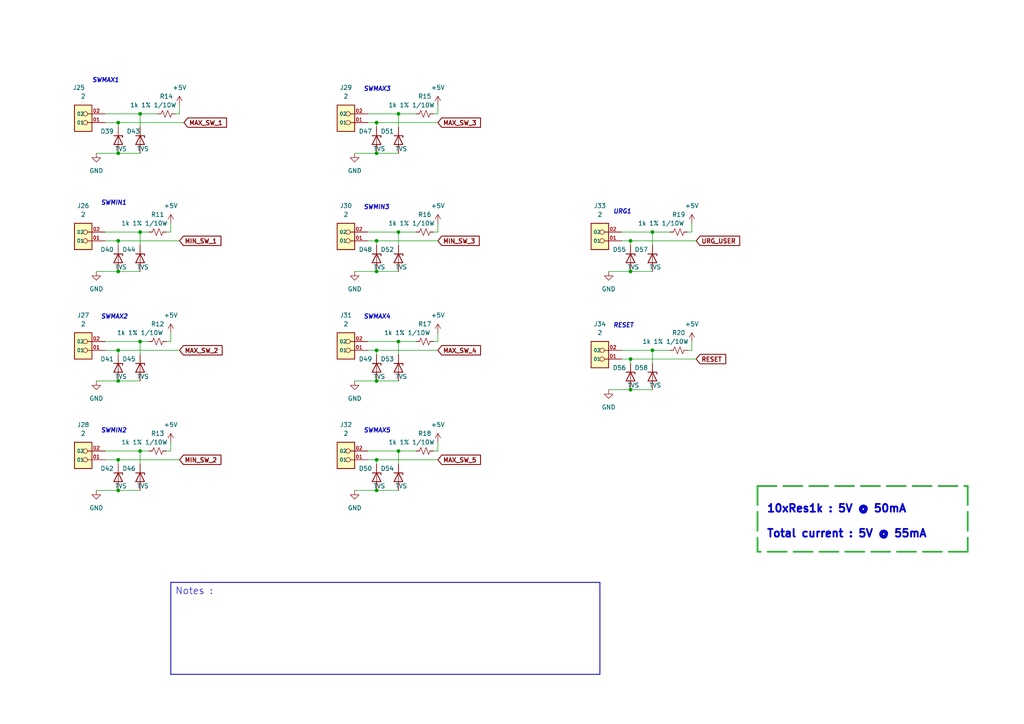
<source format=kicad_sch>
(kicad_sch (version 20211123) (generator eeschema)
  (paper "A4")
  (lib_symbols
    (symbol "Device:D_Zener" (pin_numbers hide) (pin_names (offset 1.016) hide)
      (property "Reference" "D" (at 0 2.54 0))
      (property "Value" "D_Zener" (at 0 -2.54 0))
      (symbol "D_Zener_0_1"
        (polyline (pts (xy 1.27 0) (xy -1.27 0)))
        (polyline (pts (xy -1.27 -1.27) (xy -1.27 1.27) (xy -0.762 1.27)) (stroke (width 0.254)))
        (polyline (pts (xy 1.27 -1.27) (xy 1.27 1.27) (xy -1.27 0) (xy 1.27 -1.27)) (stroke (width 0.254)))
      )
      (symbol "D_Zener_1_1"
        (pin passive line (at -3.81 0 0) (length 2.54) (name "K") (number "1"))
        (pin passive line (at 3.81 0 180) (length 2.54) (name "A") (number "2"))
      )
    )
    (symbol "Device:R_Small_US" (pin_numbers hide) (pin_names (offset 0.254) hide)
      (property "Reference" "R" (at 0.762 0.508 0))
      (property "Value" "R_Small_US" (at 0.762 -1.016 0))
      (symbol "R_Small_US_1_1"
        (polyline (pts (xy 0 0) (xy 1.016 -0.381) (xy 0 -0.762) (xy -1.016 -1.143) (xy 0 -1.524)))
        (polyline (pts (xy 0 1.524) (xy 1.016 1.143) (xy 0 0.762) (xy -1.016 0.381) (xy 0 0)))
        (pin passive line (at 0 2.54 270) (length 1.016) (name "~") (number "1"))
        (pin passive line (at 0 -2.54 90) (length 1.016) (name "~") (number "2"))
      )
    )
    (symbol "SymLib:1751099" (pin_names (offset 1.016))
      (property "Reference" "J" (at -6.85 5.08 0))
      (property "Value" "1751099" (at -6.35 -5.08 0))
      (symbol "1751099_0_0"
        (rectangle (start -6.35 5.08) (end -1.27 -2.54) (stroke (width 0.254)) (fill (type background)))
        (circle (center -4.445 0) (radius 0.635) (stroke (width 0.1524)))
        (circle (center -4.445 2.54) (radius 0.635) (stroke (width 0.1524)))
        (pin passive line (at -10.16 2.54 0) (length 5.08) (name "01") (number "01"))
        (pin passive line (at -10.16 0 0) (length 5.08) (name "02") (number "02"))
      )
    )
    (symbol "power:+5V" (power) (pin_names (offset 0))
      (property "Value" "+5V" (at 0 3.556 0))
      (symbol "+5V_0_1"
        (polyline (pts (xy -0.762 1.27) (xy 0 2.54)))
        (polyline (pts (xy 0 0) (xy 0 2.54)))
        (polyline (pts (xy 0 2.54) (xy 0.762 1.27)))
      )
      (symbol "+5V_1_1"
        (pin power_in line (at 0 0 90) (length 0) hide (name "+5V") (number "1"))
      )
    )
    (symbol "power:GND" (power) (pin_names (offset 0))
      (property "Value" "GND" (at 0 -3.81 0))
      (symbol "GND_0_1"
        (polyline (pts (xy 0 0) (xy 0 -1.27) (xy 1.27 -1.27) (xy 0 -2.54) (xy -1.27 -1.27) (xy 0 -1.27)))
      )
      (symbol "GND_1_1"
        (pin power_in line (at 0 0 270) (length 0) hide (name "GND") (number "1"))
      )
    )
  )
  (junction (at 109.22 142.24))
  (junction (at 34.29 69.85))
  (junction (at 182.88 104.14))
  (junction (at 189.23 101.6))
  (junction (at 34.29 110.49))
  (junction (at 34.29 35.56))
  (junction (at 40.64 33.02))
  (junction (at 34.29 142.24))
  (junction (at 115.57 130.81))
  (junction (at 109.22 110.49))
  (junction (at 109.22 44.45))
  (junction (at 34.29 78.74))
  (junction (at 109.22 101.6))
  (junction (at 40.64 99.06))
  (junction (at 182.88 113.03))
  (junction (at 34.29 133.35))
  (junction (at 109.22 69.85))
  (junction (at 109.22 35.56))
  (junction (at 109.22 133.35))
  (junction (at 182.88 78.74))
  (junction (at 115.57 33.02))
  (junction (at 189.23 67.31))
  (junction (at 40.64 67.31))
  (junction (at 182.88 69.85))
  (junction (at 115.57 67.31))
  (junction (at 34.29 101.6))
  (junction (at 34.29 44.45))
  (junction (at 40.64 130.81))
  (junction (at 115.57 99.06))
  (junction (at 109.22 78.74))
  (wire (pts (xy 40.64 67.31) (xy 40.64 71.12)))
  (wire (pts (xy 49.53 67.31) (xy 48.26 67.31)))
  (wire (pts (xy 49.53 99.06) (xy 48.26 99.06)))
  (wire (pts (xy 49.53 128.27) (xy 49.53 130.81)))
  (wire (pts (xy 189.23 67.31) (xy 189.23 71.12)))
  (wire (pts (xy 127 133.35) (xy 109.22 133.35)))
  (wire (pts (xy 182.88 71.12) (xy 182.88 69.85)))
  (wire (pts (xy 34.29 69.85) (xy 30.48 69.85)))
  (wire (pts (xy 34.29 110.49) (xy 40.64 110.49)))
  (wire (pts (xy 109.22 71.12) (xy 109.22 69.85)))
  (wire (pts (xy 34.29 134.62) (xy 34.29 133.35)))
  (wire (pts (xy 102.87 44.45) (xy 109.22 44.45)))
  (wire (pts (xy 40.64 67.31) (xy 43.18 67.31)))
  (wire (pts (xy 34.29 36.83) (xy 34.29 35.56)))
  (wire (pts (xy 127 33.02) (xy 125.73 33.02)))
  (wire (pts (xy 189.23 101.6) (xy 194.31 101.6)))
  (wire (pts (xy 182.88 105.41) (xy 182.88 104.14)))
  (wire (pts (xy 30.48 67.31) (xy 40.64 67.31)))
  (wire (pts (xy 115.57 130.81) (xy 115.57 134.62)))
  (wire (pts (xy 200.66 99.06) (xy 200.66 101.6)))
  (wire (pts (xy 115.57 99.06) (xy 120.65 99.06)))
  (wire (pts (xy 200.66 64.77) (xy 200.66 67.31)))
  (wire (pts (xy 127 128.27) (xy 127 130.81)))
  (wire (pts (xy 127 35.56) (xy 109.22 35.56)))
  (wire (pts (xy 201.93 104.14) (xy 182.88 104.14)))
  (wire (pts (xy 201.93 69.85) (xy 182.88 69.85)))
  (wire (pts (xy 109.22 110.49) (xy 115.57 110.49)))
  (wire (pts (xy 49.53 96.52) (xy 49.53 99.06)))
  (polyline (pts (xy 49.53 168.91) (xy 173.99 168.91)) (stroke (width 0.25) (type solid)))
  (wire (pts (xy 40.64 99.06) (xy 40.64 102.87)))
  (wire (pts (xy 34.29 35.56) (xy 30.48 35.56)))
  (wire (pts (xy 30.48 130.81) (xy 40.64 130.81)))
  (wire (pts (xy 127 101.6) (xy 109.22 101.6)))
  (wire (pts (xy 127 67.31) (xy 125.73 67.31)))
  (wire (pts (xy 182.88 78.74) (xy 189.23 78.74)))
  (wire (pts (xy 34.29 102.87) (xy 34.29 101.6)))
  (wire (pts (xy 106.68 99.06) (xy 115.57 99.06)))
  (wire (pts (xy 34.29 69.85) (xy 52.07 69.85)))
  (wire (pts (xy 200.66 67.31) (xy 199.39 67.31)))
  (polyline (pts (xy 219.71 140.97) (xy 280.67 140.97)) (stroke (width 0.5) (type dash) (color 37 168 45 1)))
  (wire (pts (xy 127 64.77) (xy 127 67.31)))
  (wire (pts (xy 40.64 130.81) (xy 43.18 130.81)))
  (wire (pts (xy 52.07 33.02) (xy 50.8 33.02)))
  (wire (pts (xy 180.34 101.6) (xy 189.23 101.6)))
  (wire (pts (xy 102.87 142.24) (xy 109.22 142.24)))
  (wire (pts (xy 52.07 30.48) (xy 52.07 33.02)))
  (wire (pts (xy 127 30.48) (xy 127 33.02)))
  (wire (pts (xy 182.88 113.03) (xy 189.23 113.03)))
  (wire (pts (xy 115.57 99.06) (xy 115.57 102.87)))
  (wire (pts (xy 189.23 101.6) (xy 189.23 105.41)))
  (wire (pts (xy 34.29 101.6) (xy 30.48 101.6)))
  (wire (pts (xy 115.57 33.02) (xy 115.57 36.83)))
  (wire (pts (xy 106.68 33.02) (xy 115.57 33.02)))
  (wire (pts (xy 182.88 104.14) (xy 180.34 104.14)))
  (wire (pts (xy 200.66 101.6) (xy 199.39 101.6)))
  (polyline (pts (xy 173.99 168.91) (xy 173.99 195.58)) (stroke (width 0.25) (type solid)))
  (wire (pts (xy 109.22 36.83) (xy 109.22 35.56)))
  (wire (pts (xy 30.48 33.02) (xy 40.64 33.02)))
  (wire (pts (xy 109.22 44.45) (xy 115.57 44.45)))
  (wire (pts (xy 102.87 78.74) (xy 109.22 78.74)))
  (wire (pts (xy 109.22 78.74) (xy 115.57 78.74)))
  (wire (pts (xy 109.22 69.85) (xy 106.68 69.85)))
  (wire (pts (xy 109.22 101.6) (xy 106.68 101.6)))
  (wire (pts (xy 34.29 133.35) (xy 30.48 133.35)))
  (wire (pts (xy 34.29 44.45) (xy 40.64 44.45)))
  (wire (pts (xy 49.53 130.81) (xy 48.26 130.81)))
  (wire (pts (xy 115.57 67.31) (xy 120.65 67.31)))
  (wire (pts (xy 115.57 67.31) (xy 115.57 71.12)))
  (wire (pts (xy 115.57 130.81) (xy 120.65 130.81)))
  (wire (pts (xy 49.53 64.77) (xy 49.53 67.31)))
  (wire (pts (xy 40.64 99.06) (xy 43.18 99.06)))
  (polyline (pts (xy 280.67 140.97) (xy 280.67 160.02)) (stroke (width 0.5) (type dash) (color 37 168 45 1)))
  (wire (pts (xy 127 69.85) (xy 109.22 69.85)))
  (wire (pts (xy 34.29 78.74) (xy 40.64 78.74)))
  (wire (pts (xy 127 99.06) (xy 125.73 99.06)))
  (wire (pts (xy 176.53 78.74) (xy 182.88 78.74)))
  (wire (pts (xy 176.53 113.03) (xy 182.88 113.03)))
  (wire (pts (xy 109.22 102.87) (xy 109.22 101.6)))
  (wire (pts (xy 40.64 33.02) (xy 40.64 36.83)))
  (polyline (pts (xy 49.53 168.91) (xy 49.53 195.58)) (stroke (width 0.25) (type solid)))
  (wire (pts (xy 127 96.52) (xy 127 99.06)))
  (wire (pts (xy 40.64 130.81) (xy 40.64 134.62)))
  (polyline (pts (xy 173.99 195.58) (xy 49.53 195.58)) (stroke (width 0.25) (type solid)))
  (wire (pts (xy 189.23 67.31) (xy 194.31 67.31)))
  (wire (pts (xy 27.94 110.49) (xy 34.29 110.49)))
  (wire (pts (xy 34.29 142.24) (xy 40.64 142.24)))
  (wire (pts (xy 102.87 110.49) (xy 109.22 110.49)))
  (wire (pts (xy 53.34 35.56) (xy 34.29 35.56)))
  (polyline (pts (xy 219.71 140.97) (xy 219.71 160.02)) (stroke (width 0.5) (type dash) (color 37 168 45 1)))
  (wire (pts (xy 109.22 134.62) (xy 109.22 133.35)))
  (wire (pts (xy 109.22 133.35) (xy 106.68 133.35)))
  (polyline (pts (xy 280.67 160.02) (xy 219.71 160.02)) (stroke (width 0.5) (type dash) (color 37 168 45 1)))
  (wire (pts (xy 52.07 133.35) (xy 34.29 133.35)))
  (wire (pts (xy 182.88 69.85) (xy 180.34 69.85)))
  (wire (pts (xy 109.22 35.56) (xy 106.68 35.56)))
  (wire (pts (xy 127 130.81) (xy 125.73 130.81)))
  (wire (pts (xy 27.94 78.74) (xy 34.29 78.74)))
  (wire (pts (xy 115.57 33.02) (xy 120.65 33.02)))
  (wire (pts (xy 106.68 67.31) (xy 115.57 67.31)))
  (wire (pts (xy 34.29 71.12) (xy 34.29 69.85)))
  (wire (pts (xy 30.48 99.06) (xy 40.64 99.06)))
  (wire (pts (xy 109.22 142.24) (xy 115.57 142.24)))
  (wire (pts (xy 40.64 33.02) (xy 45.72 33.02)))
  (wire (pts (xy 52.07 101.6) (xy 34.29 101.6)))
  (wire (pts (xy 27.94 44.45) (xy 34.29 44.45)))
  (wire (pts (xy 27.94 142.24) (xy 34.29 142.24)))
  (wire (pts (xy 180.34 67.31) (xy 189.23 67.31)))
  (wire (pts (xy 106.68 130.81) (xy 115.57 130.81)))
  (text "RESET" (at 177.8 95.25 0) (effects (font (size 1.27 1.27) (thickness 0.254) bold italic) (justify left bottom)))
  (text "SWMIN2" (at 29.21 125.73 0) (effects (font (size 1.27 1.27) (thickness 0.254) bold italic) (justify left bottom)))
  (text "URG1" (at 177.8 62.23 0) (effects (font (size 1.27 1.27) (thickness 0.254) bold italic) (justify left bottom)))
  (text "SWMAX3" (at 105.41 26.67 0) (effects (font (size 1.27 1.27) (thickness 0.254) bold italic) (justify left bottom)))
  (text "SWMIN1" (at 29.21 59.69 0) (effects (font (size 1.27 1.27) (thickness 0.254) bold italic) (justify left bottom)))
  (text "SWMAX1" (at 26.67 24.13 0) (effects (font (size 1.27 1.27) (thickness 0.254) bold italic) (justify left bottom)))
  (text "SWMIN3" (at 105.41 60.96 0) (effects (font (size 1.27 1.27) (thickness 0.254) bold italic) (justify left bottom)))
  (text "10xRes1k : 5V @ 50mA\n\nTotal current : 5V @ 55mA" (at 222.25 156.21 0) (effects (font (size 2.25 2.25) (thickness 0.5) bold) (justify left bottom)))
  (text "SWMAX5" (at 105.41 125.73 0) (effects (font (size 1.27 1.27) (thickness 0.254) bold italic) (justify left bottom)))
  (text "Notes :" (at 50.8 172.72 0) (effects (font (size 2 2)) (justify left bottom)))
  (text "SWMAX4" (at 105.41 92.71 0) (effects (font (size 1.27 1.27) (thickness 0.254) bold italic) (justify left bottom)))
  (text "SWMAX2" (at 29.21 92.71 0) (effects (font (size 1.27 1.27) (thickness 0.254) bold italic) (justify left bottom)))
  (global_label "MAX_SW_1" (shape input) (at 53.34 35.56 0) (effects (font (thickness 0.254) bold)) (property "Intersheet References" "${INTERSHEET_REFS}" (effects hide)))
  (global_label "MIN_SW_3" (shape input) (at 127 69.85 0) (effects (font (thickness 0.254) bold)) (property "Intersheet References" "${INTERSHEET_REFS}" (effects hide)))
  (global_label "MIN_SW_1" (shape input) (at 52.07 69.85 0) (effects (font (thickness 0.254) bold)) (property "Intersheet References" "${INTERSHEET_REFS}" (effects hide)))
  (global_label "MAX_SW_3" (shape input) (at 127 35.56 0) (effects (font (thickness 0.254) bold)) (property "Intersheet References" "${INTERSHEET_REFS}" (effects hide)))
  (global_label "MAX_SW_4" (shape input) (at 127 101.6 0) (effects (font (thickness 0.254) bold)) (property "Intersheet References" "${INTERSHEET_REFS}" (effects hide)))
  (global_label "URG_USER" (shape input) (at 201.93 69.85 0) (effects (font (thickness 0.254) bold)) (property "Intersheet References" "${INTERSHEET_REFS}" (effects hide)))
  (global_label "MAX_SW_5" (shape input) (at 127 133.35 0) (effects (font (thickness 0.254) bold)) (property "Intersheet References" "${INTERSHEET_REFS}" (effects hide)))
  (global_label "MAX_SW_2" (shape input) (at 52.07 101.6 0) (effects (font (thickness 0.254) bold)) (property "Intersheet References" "${INTERSHEET_REFS}" (effects hide)))
  (global_label "MIN_SW_2" (shape input) (at 52.07 133.35 0) (effects (font (thickness 0.254) bold)) (property "Intersheet References" "${INTERSHEET_REFS}" (effects hide)))
  (global_label "RESET" (shape input) (at 201.93 104.14 0) (effects (font (thickness 0.254) bold)) (property "Intersheet References" "${INTERSHEET_REFS}" (effects hide)))
  (symbol (lib_id "power:+5V") (at 52.07 30.48 0) (unit 1)
    (property "Reference" "#PWR070" (effects hide))
    (property "Value" "+5V" (at 52.07 25.4 0))
  )
  (symbol (lib_id "power:GND") (at 27.94 110.49 0) (unit 1)
    (property "Reference" "#PWR064" (effects hide))
    (property "Value" "GND" (at 27.94 115.57 0))
  )
  (symbol (lib_id "power:+5V") (at 200.66 99.06 0) (unit 1)
    (property "Reference" "#PWR082" (effects hide))
    (property "Value" "+5V" (at 200.66 93.98 0))
  )
  (symbol (lib_id "Device:D_Zener") (at 109.22 138.43 270) (unit 1)
    (property "Reference" "D50" (at 107.95 135.89 90) (effects (justify right)))
    (property "Value" "TVS" (at 111.76 140.97 90) (effects (justify right)))
    (property "Footprint" "FootPrint:DPY2_TEX" (effects hide))
    (property "DESCRIPTION" "TVS DIODE 5.5VWM 14VC 2X1SON" (effects hide))
    (property "MANUFACTURER" "Texas Instruments" (effects hide))
    (property "PACKAGE" "0402 (1006 Metric)" (effects hide))
    (property "PART NUMBER" "TPD1E05U06DPYR" (effects hide))
    (property "TYPE" "SMD" (effects hide))
  )
  (symbol (lib_id "power:+5V") (at 49.53 96.52 0) (unit 1)
    (property "Reference" "#PWR068" (effects hide))
    (property "Value" "+5V" (at 49.53 91.44 0))
  )
  (symbol (lib_id "SymLib:1751099") (at 96.52 67.31 180) (unit 1)
    (property "Reference" "J30" (at 100.33 59.69 0))
    (property "Value" "2" (at 100.33 62.23 0))
    (property "Footprint" "FootPrint:PHOENIX_1751099" (effects hide))
    (property "PARTREV" "03.03.2021" (effects hide))
    (property "STANDARD" "Manufacturer Recommendations" (effects hide))
    (property "MANUFACTURER" "Phoenix Contact" (effects hide))
    (property "DESCRIPTION" "2 Position Wire to Board Terminal Block 55° (125°) Angle with Board 0.138\" (3.50mm) Through Hole" (effects hide))
    (property "PACKAGE" "2 POS 0.100\" (2.54mm)" (effects hide))
    (property "PART NUMBER" "1751099" (effects hide))
    (property "TYPE" "Through Hole" (effects hide))
  )
  (symbol (lib_id "Device:R_Small_US") (at 48.26 33.02 90) (unit 1)
    (property "Reference" "R14" (at 48.26 27.94 90))
    (property "Value" "1k 1% 1/10W" (at 44.45 30.48 90))
    (property "Footprint" "Resistor_SMD:R_0402_1005Metric" (effects hide))
    (property "MANUFACTURER" "Panasonic Electronic Components" (effects hide))
    (property "PACKAGE" "0402 (1005 Metric)" (effects hide))
    (property "PART NUMBER" "ERJ-2RKF1001X" (effects hide))
    (property "TYPE" "SMD" (effects hide))
    (property "DESCRIPTION" "1 kOhms ±1% 0.1W, 1/10W Chip Resistor 0402 (1005 Metric) Automotive AEC-Q200 Thick Film" (effects hide))
  )
  (symbol (lib_id "Device:D_Zener") (at 189.23 109.22 270) (unit 1)
    (property "Reference" "D58" (at 187.96 106.68 90) (effects (justify right)))
    (property "Value" "TVS" (at 191.77 111.76 90) (effects (justify right)))
    (property "Footprint" "FootPrint:DPY2_TEX" (effects hide))
    (property "DESCRIPTION" "TVS DIODE 5.5VWM 14VC 2X1SON" (effects hide))
    (property "MANUFACTURER" "Texas Instruments" (effects hide))
    (property "PACKAGE" "0402 (1006 Metric)" (effects hide))
    (property "PART NUMBER" "TPD1E05U06DPYR" (effects hide))
    (property "TYPE" "SMD" (effects hide))
  )
  (symbol (lib_id "Device:D_Zener") (at 182.88 74.93 270) (unit 1)
    (property "Reference" "D55" (at 181.61 72.39 90) (effects (justify right)))
    (property "Value" "TVS" (at 185.42 77.47 90) (effects (justify right)))
    (property "Footprint" "FootPrint:DPY2_TEX" (effects hide))
    (property "DESCRIPTION" "TVS DIODE 5.5VWM 14VC 2X1SON" (effects hide))
    (property "MANUFACTURER" "Texas Instruments" (effects hide))
    (property "PACKAGE" "0402 (1006 Metric)" (effects hide))
    (property "PART NUMBER" "TPD1E05U06DPYR" (effects hide))
    (property "TYPE" "SMD" (effects hide))
  )
  (symbol (lib_id "power:+5V") (at 127 96.52 0) (unit 1)
    (property "Reference" "#PWR077" (effects hide))
    (property "Value" "+5V" (at 127 91.44 0))
  )
  (symbol (lib_id "power:GND") (at 176.53 113.03 0) (unit 1)
    (property "Reference" "#PWR079" (effects hide))
    (property "Value" "GND" (at 176.53 118.11 0))
  )
  (symbol (lib_id "Device:R_Small_US") (at 196.85 67.31 90) (unit 1)
    (property "Reference" "R19" (at 196.85 62.23 90))
    (property "Value" "1k 1% 1/10W" (at 191.77 64.77 90))
    (property "Footprint" "Resistor_SMD:R_0402_1005Metric" (effects hide))
    (property "MANUFACTURER" "Panasonic Electronic Components" (effects hide))
    (property "PACKAGE" "0402 (1005 Metric)" (effects hide))
    (property "PART NUMBER" "ERJ-2RKF1001X" (effects hide))
    (property "TYPE" "SMD" (effects hide))
    (property "DESCRIPTION" "1 kOhms ±1% 0.1W, 1/10W Chip Resistor 0402 (1005 Metric) Automotive AEC-Q200 Thick Film" (effects hide))
  )
  (symbol (lib_id "Device:R_Small_US") (at 196.85 101.6 90) (unit 1)
    (property "Reference" "R20" (at 196.85 96.52 90))
    (property "Value" "1k 1% 1/10W" (at 193.04 99.06 90))
    (property "Footprint" "Resistor_SMD:R_0402_1005Metric" (effects hide))
    (property "MANUFACTURER" "Panasonic Electronic Components" (effects hide))
    (property "PACKAGE" "0402 (1005 Metric)" (effects hide))
    (property "PART NUMBER" "ERJ-2RKF1001X" (effects hide))
    (property "TYPE" "SMD" (effects hide))
    (property "DESCRIPTION" "1 kOhms ±1% 0.1W, 1/10W Chip Resistor 0402 (1005 Metric) Automotive AEC-Q200 Thick Film" (effects hide))
  )
  (symbol (lib_id "Device:D_Zener") (at 40.64 74.93 270) (unit 1)
    (property "Reference" "D44" (at 39.37 72.39 90) (effects (justify right)))
    (property "Value" "TVS" (at 43.18 77.47 90) (effects (justify right)))
    (property "Footprint" "FootPrint:DPY2_TEX" (effects hide))
    (property "DESCRIPTION" "TVS DIODE 5.5VWM 14VC 2X1SON" (effects hide))
    (property "MANUFACTURER" "Texas Instruments" (effects hide))
    (property "PACKAGE" "0402 (1006 Metric)" (effects hide))
    (property "PART NUMBER" "TPD1E05U06DPYR" (effects hide))
    (property "TYPE" "SMD" (effects hide))
  )
  (symbol (lib_id "SymLib:1751099") (at 170.18 101.6 180) (unit 1)
    (property "Reference" "J34" (at 173.99 93.98 0))
    (property "Value" "2" (at 173.99 96.52 0))
    (property "Footprint" "FootPrint:PHOENIX_1751099" (effects hide))
    (property "PARTREV" "03.03.2021" (effects hide))
    (property "STANDARD" "Manufacturer Recommendations" (effects hide))
    (property "MANUFACTURER" "Phoenix Contact" (effects hide))
    (property "DESCRIPTION" "2 Position Wire to Board Terminal Block 55° (125°) Angle with Board 0.138\" (3.50mm) Through Hole" (effects hide))
    (property "PACKAGE" "2 POS 0.100\" (2.54mm)" (effects hide))
    (property "PART NUMBER" "1751099" (effects hide))
    (property "TYPE" "Through Hole" (effects hide))
  )
  (symbol (lib_id "power:GND") (at 176.53 78.74 0) (unit 1)
    (property "Reference" "#PWR074" (effects hide))
    (property "Value" "GND" (at 176.53 83.82 0))
  )
  (symbol (lib_id "Device:D_Zener") (at 40.64 138.43 270) (unit 1)
    (property "Reference" "D46" (at 39.37 135.89 90) (effects (justify right)))
    (property "Value" "TVS" (at 43.18 140.97 90) (effects (justify right)))
    (property "Footprint" "FootPrint:DPY2_TEX" (effects hide))
    (property "DESCRIPTION" "TVS DIODE 5.5VWM 14VC 2X1SON" (effects hide))
    (property "MANUFACTURER" "Texas Instruments" (effects hide))
    (property "PACKAGE" "0402 (1006 Metric)" (effects hide))
    (property "PART NUMBER" "TPD1E05U06DPYR" (effects hide))
    (property "TYPE" "SMD" (effects hide))
  )
  (symbol (lib_id "Device:D_Zener") (at 115.57 40.64 270) (unit 1)
    (property "Reference" "D51" (at 114.3 38.1 90) (effects (justify right)))
    (property "Value" "TVS" (at 118.11 43.18 90) (effects (justify right)))
    (property "Footprint" "FootPrint:DPY2_TEX" (effects hide))
    (property "DESCRIPTION" "TVS DIODE 5.5VWM 14VC 2X1SON" (effects hide))
    (property "MANUFACTURER" "Texas Instruments" (effects hide))
    (property "PACKAGE" "0402 (1006 Metric)" (effects hide))
    (property "PART NUMBER" "TPD1E05U06DPYR" (effects hide))
    (property "TYPE" "SMD" (effects hide))
  )
  (symbol (lib_id "power:+5V") (at 49.53 128.27 0) (unit 1)
    (property "Reference" "#PWR069" (effects hide))
    (property "Value" "+5V" (at 49.53 123.19 0))
  )
  (symbol (lib_id "Device:R_Small_US") (at 45.72 99.06 90) (unit 1)
    (property "Reference" "R12" (at 45.72 93.98 90))
    (property "Value" "1k 1% 1/10W" (at 40.64 96.52 90))
    (property "Footprint" "Resistor_SMD:R_0402_1005Metric" (effects hide))
    (property "MANUFACTURER" "Panasonic Electronic Components" (effects hide))
    (property "PACKAGE" "0402 (1005 Metric)" (effects hide))
    (property "PART NUMBER" "ERJ-2RKF1001X" (effects hide))
    (property "TYPE" "SMD" (effects hide))
    (property "DESCRIPTION" "1 kOhms ±1% 0.1W, 1/10W Chip Resistor 0402 (1005 Metric) Automotive AEC-Q200 Thick Film" (effects hide))
  )
  (symbol (lib_id "Device:R_Small_US") (at 123.19 67.31 90) (unit 1)
    (property "Reference" "R16" (at 123.19 62.23 90))
    (property "Value" "1k 1% 1/10W" (at 119.38 64.77 90))
    (property "Footprint" "Resistor_SMD:R_0402_1005Metric" (effects hide))
    (property "MANUFACTURER" "Panasonic Electronic Components" (effects hide))
    (property "PACKAGE" "0402 (1005 Metric)" (effects hide))
    (property "PART NUMBER" "ERJ-2RKF1001X" (effects hide))
    (property "TYPE" "SMD" (effects hide))
    (property "DESCRIPTION" "1 kOhms ±1% 0.1W, 1/10W Chip Resistor 0402 (1005 Metric) Automotive AEC-Q200 Thick Film" (effects hide))
  )
  (symbol (lib_id "SymLib:1751099") (at 96.52 99.06 180) (unit 1)
    (property "Reference" "J31" (at 100.33 91.44 0))
    (property "Value" "2" (at 100.33 93.98 0))
    (property "Footprint" "FootPrint:PHOENIX_1751099" (effects hide))
    (property "PARTREV" "03.03.2021" (effects hide))
    (property "STANDARD" "Manufacturer Recommendations" (effects hide))
    (property "MANUFACTURER" "Phoenix Contact" (effects hide))
    (property "DESCRIPTION" "2 Position Wire to Board Terminal Block 55° (125°) Angle with Board 0.138\" (3.50mm) Through Hole" (effects hide))
    (property "PACKAGE" "2 POS 0.100\" (2.54mm)" (effects hide))
    (property "PART NUMBER" "1751099" (effects hide))
    (property "TYPE" "Through Hole" (effects hide))
  )
  (symbol (lib_id "Device:D_Zener") (at 109.22 40.64 270) (unit 1)
    (property "Reference" "D47" (at 107.95 38.1 90) (effects (justify right)))
    (property "Value" "TVS" (at 111.76 43.18 90) (effects (justify right)))
    (property "Footprint" "FootPrint:DPY2_TEX" (effects hide))
    (property "DESCRIPTION" "TVS DIODE 5.5VWM 14VC 2X1SON" (effects hide))
    (property "MANUFACTURER" "Texas Instruments" (effects hide))
    (property "PACKAGE" "0402 (1006 Metric)" (effects hide))
    (property "PART NUMBER" "TPD1E05U06DPYR" (effects hide))
    (property "TYPE" "SMD" (effects hide))
  )
  (symbol (lib_id "power:GND") (at 102.87 110.49 0) (unit 1)
    (property "Reference" "#PWR072" (effects hide))
    (property "Value" "GND" (at 102.87 115.57 0))
  )
  (symbol (lib_id "SymLib:1751099") (at 20.32 130.81 180) (unit 1)
    (property "Reference" "J28" (at 24.13 123.19 0))
    (property "Value" "2" (at 24.13 125.73 0))
    (property "Footprint" "FootPrint:PHOENIX_1751099" (effects hide))
    (property "PARTREV" "03.03.2021" (effects hide))
    (property "STANDARD" "Manufacturer Recommendations" (effects hide))
    (property "MANUFACTURER" "Phoenix Contact" (effects hide))
    (property "DESCRIPTION" "2 Position Wire to Board Terminal Block 55° (125°) Angle with Board 0.138\" (3.50mm) Through Hole" (effects hide))
    (property "PACKAGE" "2 POS 0.100\" (2.54mm)" (effects hide))
    (property "PART NUMBER" "1751099" (effects hide))
    (property "TYPE" "Through Hole" (effects hide))
  )
  (symbol (lib_id "Device:D_Zener") (at 189.23 74.93 270) (unit 1)
    (property "Reference" "D57" (at 187.96 72.39 90) (effects (justify right)))
    (property "Value" "TVS" (at 191.77 77.47 90) (effects (justify right)))
    (property "Footprint" "FootPrint:DPY2_TEX" (effects hide))
    (property "DESCRIPTION" "TVS DIODE 5.5VWM 14VC 2X1SON" (effects hide))
    (property "MANUFACTURER" "Texas Instruments" (effects hide))
    (property "PACKAGE" "0402 (1006 Metric)" (effects hide))
    (property "PART NUMBER" "TPD1E05U06DPYR" (effects hide))
    (property "TYPE" "SMD" (effects hide))
  )
  (symbol (lib_id "power:GND") (at 102.87 142.24 0) (unit 1)
    (property "Reference" "#PWR073" (effects hide))
    (property "Value" "GND" (at 102.87 147.32 0))
  )
  (symbol (lib_id "Device:D_Zener") (at 40.64 40.64 270) (unit 1)
    (property "Reference" "D43" (at 40.64 38.1 90) (effects (justify right)))
    (property "Value" "TVS" (at 43.18 43.18 90) (effects (justify right)))
    (property "Footprint" "FootPrint:DPY2_TEX" (effects hide))
    (property "DESCRIPTION" "TVS DIODE 5.5VWM 14VC 2X1SON" (effects hide))
    (property "MANUFACTURER" "Texas Instruments" (effects hide))
    (property "PACKAGE" "0402 (1006 Metric)" (effects hide))
    (property "PART NUMBER" "TPD1E05U06DPYR" (effects hide))
    (property "TYPE" "SMD" (effects hide))
  )
  (symbol (lib_id "Device:D_Zener") (at 40.64 106.68 270) (unit 1)
    (property "Reference" "D45" (at 39.37 104.14 90) (effects (justify right)))
    (property "Value" "TVS" (at 43.18 109.22 90) (effects (justify right)))
    (property "Footprint" "FootPrint:DPY2_TEX" (effects hide))
    (property "DESCRIPTION" "TVS DIODE 5.5VWM 14VC 2X1SON" (effects hide))
    (property "MANUFACTURER" "Texas Instruments" (effects hide))
    (property "PACKAGE" "0402 (1006 Metric)" (effects hide))
    (property "PART NUMBER" "TPD1E05U06DPYR" (effects hide))
    (property "TYPE" "SMD" (effects hide))
  )
  (symbol (lib_id "Device:R_Small_US") (at 45.72 130.81 90) (unit 1)
    (property "Reference" "R13" (at 45.72 125.73 90))
    (property "Value" "1k 1% 1/10W" (at 41.91 128.27 90))
    (property "Footprint" "Resistor_SMD:R_0402_1005Metric" (effects hide))
    (property "MANUFACTURER" "Panasonic Electronic Components" (effects hide))
    (property "PACKAGE" "0402 (1005 Metric)" (effects hide))
    (property "PART NUMBER" "ERJ-2RKF1001X" (effects hide))
    (property "TYPE" "SMD" (effects hide))
    (property "DESCRIPTION" "1 kOhms ±1% 0.1W, 1/10W Chip Resistor 0402 (1005 Metric) Automotive AEC-Q200 Thick Film" (effects hide))
  )
  (symbol (lib_id "power:GND") (at 27.94 78.74 0) (unit 1)
    (property "Reference" "#PWR063" (effects hide))
    (property "Value" "GND" (at 27.94 83.82 0))
  )
  (symbol (lib_id "Device:D_Zener") (at 109.22 106.68 270) (unit 1)
    (property "Reference" "D49" (at 107.95 104.14 90) (effects (justify right)))
    (property "Value" "TVS" (at 111.76 109.22 90) (effects (justify right)))
    (property "Footprint" "FootPrint:DPY2_TEX" (effects hide))
    (property "DESCRIPTION" "TVS DIODE 5.5VWM 14VC 2X1SON" (effects hide))
    (property "MANUFACTURER" "Texas Instruments" (effects hide))
    (property "PACKAGE" "0402 (1006 Metric)" (effects hide))
    (property "PART NUMBER" "TPD1E05U06DPYR" (effects hide))
    (property "TYPE" "SMD" (effects hide))
  )
  (symbol (lib_id "SymLib:1751099") (at 96.52 130.81 180) (unit 1)
    (property "Reference" "J32" (at 100.33 123.19 0))
    (property "Value" "2" (at 100.33 125.73 0))
    (property "Footprint" "FootPrint:PHOENIX_1751099" (effects hide))
    (property "PARTREV" "03.03.2021" (effects hide))
    (property "STANDARD" "Manufacturer Recommendations" (effects hide))
    (property "MANUFACTURER" "Phoenix Contact" (effects hide))
    (property "DESCRIPTION" "2 Position Wire to Board Terminal Block 55° (125°) Angle with Board 0.138\" (3.50mm) Through Hole" (effects hide))
    (property "PACKAGE" "2 POS 0.100\" (2.54mm)" (effects hide))
    (property "PART NUMBER" "1751099" (effects hide))
    (property "TYPE" "Through Hole" (effects hide))
  )
  (symbol (lib_id "power:+5V") (at 200.66 64.77 0) (unit 1)
    (property "Reference" "#PWR081" (effects hide))
    (property "Value" "+5V" (at 200.66 59.69 0))
  )
  (symbol (lib_id "Device:D_Zener") (at 34.29 74.93 270) (unit 1)
    (property "Reference" "D40" (at 33.02 72.39 90) (effects (justify right)))
    (property "Value" "TVS" (at 36.83 77.47 90) (effects (justify right)))
    (property "Footprint" "FootPrint:DPY2_TEX" (effects hide))
    (property "DESCRIPTION" "TVS DIODE 5.5VWM 14VC 2X1SON" (effects hide))
    (property "MANUFACTURER" "Texas Instruments" (effects hide))
    (property "PACKAGE" "0402 (1006 Metric)" (effects hide))
    (property "PART NUMBER" "TPD1E05U06DPYR" (effects hide))
    (property "TYPE" "SMD" (effects hide))
  )
  (symbol (lib_id "Device:D_Zener") (at 109.22 74.93 270) (unit 1)
    (property "Reference" "D48" (at 107.95 72.39 90) (effects (justify right)))
    (property "Value" "TVS" (at 111.76 77.47 90) (effects (justify right)))
    (property "Footprint" "FootPrint:DPY2_TEX" (effects hide))
    (property "DESCRIPTION" "TVS DIODE 5.5VWM 14VC 2X1SON" (effects hide))
    (property "MANUFACTURER" "Texas Instruments" (effects hide))
    (property "PACKAGE" "0402 (1006 Metric)" (effects hide))
    (property "PART NUMBER" "TPD1E05U06DPYR" (effects hide))
    (property "TYPE" "SMD" (effects hide))
  )
  (symbol (lib_id "SymLib:1751099") (at 20.32 67.31 180) (unit 1)
    (property "Reference" "J26" (at 24.13 59.69 0))
    (property "Value" "2" (at 24.13 62.23 0))
    (property "Footprint" "FootPrint:PHOENIX_1751099" (effects hide))
    (property "PARTREV" "03.03.2021" (effects hide))
    (property "STANDARD" "Manufacturer Recommendations" (effects hide))
    (property "MANUFACTURER" "Phoenix Contact" (effects hide))
    (property "DESCRIPTION" "2 Position Wire to Board Terminal Block 55° (125°) Angle with Board 0.138\" (3.50mm) Through Hole" (effects hide))
    (property "PACKAGE" "2 POS 0.100\" (2.54mm)" (effects hide))
    (property "PART NUMBER" "1751099" (effects hide))
    (property "TYPE" "Through Hole" (effects hide))
  )
  (symbol (lib_id "Device:D_Zener") (at 115.57 138.43 270) (unit 1)
    (property "Reference" "D54" (at 114.3 135.89 90) (effects (justify right)))
    (property "Value" "TVS" (at 118.11 140.97 90) (effects (justify right)))
    (property "Footprint" "FootPrint:DPY2_TEX" (effects hide))
    (property "DESCRIPTION" "TVS DIODE 5.5VWM 14VC 2X1SON" (effects hide))
    (property "MANUFACTURER" "Texas Instruments" (effects hide))
    (property "PACKAGE" "0402 (1006 Metric)" (effects hide))
    (property "PART NUMBER" "TPD1E05U06DPYR" (effects hide))
    (property "TYPE" "SMD" (effects hide))
  )
  (symbol (lib_id "power:GND") (at 102.87 78.74 0) (unit 1)
    (property "Reference" "#PWR071" (effects hide))
    (property "Value" "GND" (at 102.87 83.82 0))
  )
  (symbol (lib_id "power:+5V") (at 127 64.77 0) (unit 1)
    (property "Reference" "#PWR076" (effects hide))
    (property "Value" "+5V" (at 127 59.69 0))
  )
  (symbol (lib_id "Device:R_Small_US") (at 123.19 33.02 90) (unit 1)
    (property "Reference" "R15" (at 123.19 27.94 90))
    (property "Value" "1k 1% 1/10W" (at 119.38 30.48 90))
    (property "Footprint" "Resistor_SMD:R_0402_1005Metric" (effects hide))
    (property "MANUFACTURER" "Panasonic Electronic Components" (effects hide))
    (property "PACKAGE" "0402 (1005 Metric)" (effects hide))
    (property "PART NUMBER" "ERJ-2RKF1001X" (effects hide))
    (property "TYPE" "SMD" (effects hide))
    (property "DESCRIPTION" "1 kOhms ±1% 0.1W, 1/10W Chip Resistor 0402 (1005 Metric) Automotive AEC-Q200 Thick Film" (effects hide))
  )
  (symbol (lib_id "power:GND") (at 27.94 142.24 0) (unit 1)
    (property "Reference" "#PWR065" (effects hide))
    (property "Value" "GND" (at 27.94 147.32 0))
  )
  (symbol (lib_id "Device:R_Small_US") (at 123.19 130.81 90) (unit 1)
    (property "Reference" "R18" (at 123.19 125.73 90))
    (property "Value" "1k 1% 1/10W" (at 119.38 128.27 90))
    (property "Footprint" "Resistor_SMD:R_0402_1005Metric" (effects hide))
    (property "MANUFACTURER" "Panasonic Electronic Components" (effects hide))
    (property "PACKAGE" "0402 (1005 Metric)" (effects hide))
    (property "PART NUMBER" "ERJ-2RKF1001X" (effects hide))
    (property "TYPE" "SMD" (effects hide))
    (property "DESCRIPTION" "1 kOhms ±1% 0.1W, 1/10W Chip Resistor 0402 (1005 Metric) Automotive AEC-Q200 Thick Film" (effects hide))
  )
  (symbol (lib_id "power:GND") (at 27.94 44.45 0) (unit 1)
    (property "Reference" "#PWR062" (effects hide))
    (property "Value" "GND" (at 27.94 49.53 0))
  )
  (symbol (lib_id "power:+5V") (at 49.53 64.77 0) (unit 1)
    (property "Reference" "#PWR067" (effects hide))
    (property "Value" "+5V" (at 49.53 59.69 0))
  )
  (symbol (lib_id "Device:D_Zener") (at 115.57 74.93 270) (unit 1)
    (property "Reference" "D52" (at 114.3 72.39 90) (effects (justify right)))
    (property "Value" "TVS" (at 118.11 77.47 90) (effects (justify right)))
    (property "Footprint" "FootPrint:DPY2_TEX" (effects hide))
    (property "DESCRIPTION" "TVS DIODE 5.5VWM 14VC 2X1SON" (effects hide))
    (property "MANUFACTURER" "Texas Instruments" (effects hide))
    (property "PACKAGE" "0402 (1006 Metric)" (effects hide))
    (property "PART NUMBER" "TPD1E05U06DPYR" (effects hide))
    (property "TYPE" "SMD" (effects hide))
  )
  (symbol (lib_id "Device:D_Zener") (at 34.29 40.64 270) (unit 1)
    (property "Reference" "D39" (at 33.02 38.1 90) (effects (justify right)))
    (property "Value" "TVS" (at 36.83 43.18 90) (effects (justify right)))
    (property "Footprint" "FootPrint:DPY2_TEX" (effects hide))
    (property "DESCRIPTION" "TVS DIODE 5.5VWM 14VC 2X1SON" (effects hide))
    (property "MANUFACTURER" "Texas Instruments" (effects hide))
    (property "PACKAGE" "0402 (1006 Metric)" (effects hide))
    (property "PART NUMBER" "TPD1E05U06DPYR" (effects hide))
    (property "TYPE" "SMD" (effects hide))
  )
  (symbol (lib_id "Device:D_Zener") (at 34.29 138.43 270) (unit 1)
    (property "Reference" "D42" (at 33.02 135.89 90) (effects (justify right)))
    (property "Value" "TVS" (at 36.83 140.97 90) (effects (justify right)))
    (property "Footprint" "FootPrint:DPY2_TEX" (effects hide))
    (property "DESCRIPTION" "TVS DIODE 5.5VWM 14VC 2X1SON" (effects hide))
    (property "MANUFACTURER" "Texas Instruments" (effects hide))
    (property "PACKAGE" "0402 (1006 Metric)" (effects hide))
    (property "PART NUMBER" "TPD1E05U06DPYR" (effects hide))
    (property "TYPE" "SMD" (effects hide))
  )
  (symbol (lib_id "Device:R_Small_US") (at 123.19 99.06 90) (unit 1)
    (property "Reference" "R17" (at 123.19 93.98 90))
    (property "Value" "1k 1% 1/10W" (at 118.11 96.52 90))
    (property "Footprint" "Resistor_SMD:R_0402_1005Metric" (effects hide))
    (property "MANUFACTURER" "Panasonic Electronic Components" (effects hide))
    (property "PACKAGE" "0402 (1005 Metric)" (effects hide))
    (property "PART NUMBER" "ERJ-2RKF1001X" (effects hide))
    (property "TYPE" "SMD" (effects hide))
    (property "DESCRIPTION" "1 kOhms ±1% 0.1W, 1/10W Chip Resistor 0402 (1005 Metric) Automotive AEC-Q200 Thick Film" (effects hide))
  )
  (symbol (lib_id "SymLib:1751099") (at 20.32 33.02 180) (unit 1)
    (property "Reference" "J25" (at 22.86 25.4 0))
    (property "Value" "2" (at 24.13 27.94 0))
    (property "Footprint" "FootPrint:PHOENIX_1751099" (effects hide))
    (property "PARTREV" "03.03.2021" (effects hide))
    (property "STANDARD" "Manufacturer Recommendations" (effects hide))
    (property "MANUFACTURER" "Phoenix Contact" (effects hide))
    (property "DESCRIPTION" "2 Position Wire to Board Terminal Block 55° (125°) Angle with Board 0.138\" (3.50mm) Through Hole" (effects hide))
    (property "PACKAGE" "2 POS 0.100\" (2.54mm)" (effects hide))
    (property "PART NUMBER" "1751099" (effects hide))
    (property "TYPE" "Through Hole" (effects hide))
  )
  (symbol (lib_id "Device:D_Zener") (at 34.29 106.68 270) (unit 1)
    (property "Reference" "D41" (at 33.02 104.14 90) (effects (justify right)))
    (property "Value" "TVS" (at 36.83 109.22 90) (effects (justify right)))
    (property "Footprint" "FootPrint:DPY2_TEX" (effects hide))
    (property "DESCRIPTION" "TVS DIODE 5.5VWM 14VC 2X1SON" (effects hide))
    (property "MANUFACTURER" "Texas Instruments" (effects hide))
    (property "PACKAGE" "0402 (1006 Metric)" (effects hide))
    (property "PART NUMBER" "TPD1E05U06DPYR" (effects hide))
    (property "TYPE" "SMD" (effects hide))
  )
  (symbol (lib_id "Device:D_Zener") (at 182.88 109.22 270) (unit 1)
    (property "Reference" "D56" (at 181.61 106.68 90) (effects (justify right)))
    (property "Value" "TVS" (at 185.42 111.76 90) (effects (justify right)))
    (property "Footprint" "FootPrint:DPY2_TEX" (effects hide))
    (property "DESCRIPTION" "TVS DIODE 5.5VWM 14VC 2X1SON" (effects hide))
    (property "MANUFACTURER" "Texas Instruments" (effects hide))
    (property "PACKAGE" "0402 (1006 Metric)" (effects hide))
    (property "PART NUMBER" "TPD1E05U06DPYR" (effects hide))
    (property "TYPE" "SMD" (effects hide))
  )
  (symbol (lib_id "Device:R_Small_US") (at 45.72 67.31 90) (unit 1)
    (property "Reference" "R11" (at 45.72 62.23 90))
    (property "Value" "1k 1% 1/10W" (at 41.91 64.77 90))
    (property "Footprint" "Resistor_SMD:R_0402_1005Metric" (effects hide))
    (property "MANUFACTURER" "Panasonic Electronic Components" (effects hide))
    (property "PACKAGE" "0402 (1005 Metric)" (effects hide))
    (property "PART NUMBER" "ERJ-2RKF1001X" (effects hide))
    (property "TYPE" "SMD" (effects hide))
    (property "DESCRIPTION" "1 kOhms ±1% 0.1W, 1/10W Chip Resistor 0402 (1005 Metric) Automotive AEC-Q200 Thick Film" (effects hide))
  )
  (symbol (lib_id "power:+5V") (at 127 30.48 0) (unit 1)
    (property "Reference" "#PWR075" (effects hide))
    (property "Value" "+5V" (at 127 25.4 0))
  )
  (symbol (lib_id "power:+5V") (at 127 128.27 0) (unit 1)
    (property "Reference" "#PWR078" (effects hide))
    (property "Value" "+5V" (at 127 123.19 0))
  )
  (symbol (lib_id "SymLib:1751099") (at 20.32 99.06 180) (unit 1)
    (property "Reference" "J27" (at 24.13 91.44 0))
    (property "Value" "2" (at 24.13 93.98 0))
    (property "Footprint" "FootPrint:PHOENIX_1751099" (effects hide))
    (property "PARTREV" "03.03.2021" (effects hide))
    (property "STANDARD" "Manufacturer Recommendations" (effects hide))
    (property "MANUFACTURER" "Phoenix Contact" (effects hide))
    (property "DESCRIPTION" "2 Position Wire to Board Terminal Block 55° (125°) Angle with Board 0.138\" (3.50mm) Through Hole" (effects hide))
    (property "PACKAGE" "2 POS 0.100\" (2.54mm)" (effects hide))
    (property "PART NUMBER" "1751099" (effects hide))
    (property "TYPE" "Through Hole" (effects hide))
  )
  (symbol (lib_id "Device:D_Zener") (at 115.57 106.68 270) (unit 1)
    (property "Reference" "D53" (at 114.3 104.14 90) (effects (justify right)))
    (property "Value" "TVS" (at 118.11 109.22 90) (effects (justify right)))
    (property "Footprint" "FootPrint:DPY2_TEX" (effects hide))
    (property "DESCRIPTION" "TVS DIODE 5.5VWM 14VC 2X1SON" (effects hide))
    (property "MANUFACTURER" "Texas Instruments" (effects hide))
    (property "PACKAGE" "0402 (1006 Metric)" (effects hide))
    (property "PART NUMBER" "TPD1E05U06DPYR" (effects hide))
    (property "TYPE" "SMD" (effects hide))
  )
  (symbol (lib_id "SymLib:1751099") (at 96.52 33.02 180) (unit 1)
    (property "Reference" "J29" (at 100.33 25.4 0))
    (property "Value" "2" (at 100.33 27.94 0))
    (property "Footprint" "FootPrint:PHOENIX_1751099" (effects hide))
    (property "PARTREV" "03.03.2021" (effects hide))
    (property "STANDARD" "Manufacturer Recommendations" (effects hide))
    (property "MANUFACTURER" "Phoenix Contact" (effects hide))
    (property "DESCRIPTION" "2 Position Wire to Board Terminal Block 55° (125°) Angle with Board 0.138\" (3.50mm) Through Hole" (effects hide))
    (property "PACKAGE" "2 POS 0.100\" (2.54mm)" (effects hide))
    (property "PART NUMBER" "1751099" (effects hide))
    (property "TYPE" "Through Hole" (effects hide))
  )
  (symbol (lib_id "SymLib:1751099") (at 170.18 67.31 180) (unit 1)
    (property "Reference" "J33" (at 173.99 59.69 0))
    (property "Value" "2" (at 173.99 62.23 0))
    (property "Footprint" "FootPrint:PHOENIX_1751099" (effects hide))
    (property "PARTREV" "03.03.2021" (effects hide))
    (property "STANDARD" "Manufacturer Recommendations" (effects hide))
    (property "MANUFACTURER" "Phoenix Contact" (effects hide))
    (property "DESCRIPTION" "2 Position Wire to Board Terminal Block 55° (125°) Angle with Board 0.138\" (3.50mm) Through Hole" (effects hide))
    (property "PACKAGE" "2 POS 0.100\" (2.54mm)" (effects hide))
    (property "PART NUMBER" "1751099" (effects hide))
    (property "TYPE" "Through Hole" (effects hide))
  )
  (symbol (lib_id "power:GND") (at 102.87 44.45 0) (unit 1)
    (property "Reference" "#PWR066" (effects hide))
    (property "Value" "GND" (at 102.87 49.53 0))
  )
)
</source>
